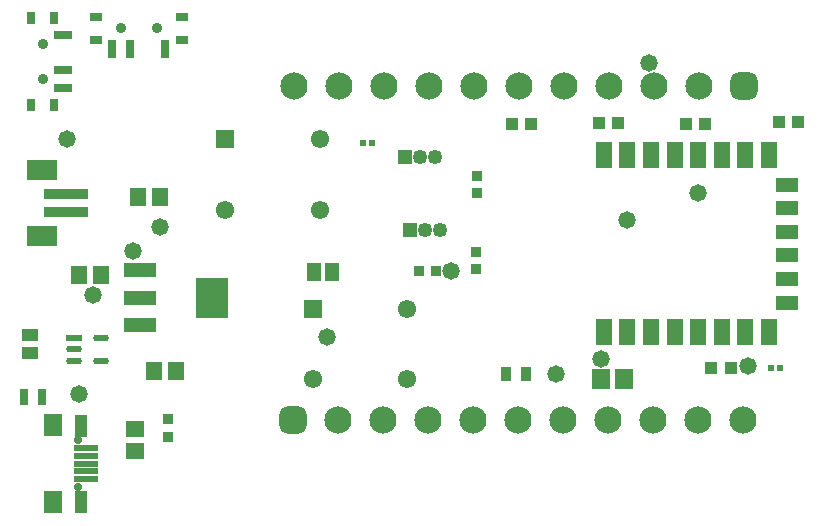
<source format=gbr>
G04*
G04 #@! TF.GenerationSoftware,Altium Limited,Altium Designer,24.1.2 (44)*
G04*
G04 Layer_Color=8388736*
%FSLAX44Y44*%
%MOMM*%
G71*
G04*
G04 #@! TF.SameCoordinates,5DE7BCAC-930E-4ACC-850D-064FDCF0EFED*
G04*
G04*
G04 #@! TF.FilePolarity,Negative*
G04*
G01*
G75*
%ADD14R,0.7000X1.5000*%
%ADD15R,1.0000X0.8000*%
%ADD16R,1.5000X0.7000*%
%ADD17R,0.8000X1.0000*%
%ADD20R,1.4546X1.5562*%
G04:AMPARAMS|DCode=24|XSize=1.3383mm|YSize=0.578mm|CornerRadius=0.289mm|HoleSize=0mm|Usage=FLASHONLY|Rotation=0.000|XOffset=0mm|YOffset=0mm|HoleType=Round|Shape=RoundedRectangle|*
%AMROUNDEDRECTD24*
21,1,1.3383,0.0000,0,0,0.0*
21,1,0.7603,0.5780,0,0,0.0*
1,1,0.5780,0.3802,0.0000*
1,1,0.5780,-0.3802,0.0000*
1,1,0.5780,-0.3802,0.0000*
1,1,0.5780,0.3802,0.0000*
%
%ADD24ROUNDEDRECTD24*%
%ADD25R,1.3383X0.5780*%
%ADD27R,1.5562X1.4546*%
%ADD28R,0.9121X0.8587*%
%ADD33R,0.8065X1.3082*%
%ADD35R,0.5200X0.5200*%
%ADD36R,1.1350X1.0621*%
%ADD37R,0.9621X0.9350*%
%ADD38R,0.9350X0.9621*%
%ADD41R,0.4682X0.4725*%
%ADD42R,3.8032X0.9032*%
%ADD43R,2.5032X1.7032*%
%ADD44R,2.7032X3.5032*%
%ADD45R,2.7032X1.2032*%
%ADD46R,1.4532X1.0032*%
%ADD47R,0.7732X1.4032*%
%ADD48R,1.5032X1.8932*%
%ADD49R,1.1032X1.8282*%
%ADD50R,2.0532X0.6032*%
%ADD51R,1.5532X1.7532*%
%ADD52R,1.2532X1.5532*%
%ADD53R,1.4032X2.2032*%
%ADD54R,1.9032X1.3032*%
%ADD55C,0.9000*%
%ADD56C,0.7032*%
%ADD57C,2.3032*%
G04:AMPARAMS|DCode=58|XSize=2.3032mm|YSize=2.3032mm|CornerRadius=0.6266mm|HoleSize=0mm|Usage=FLASHONLY|Rotation=180.000|XOffset=0mm|YOffset=0mm|HoleType=Round|Shape=RoundedRectangle|*
%AMROUNDEDRECTD58*
21,1,2.3032,1.0500,0,0,180.0*
21,1,1.0500,2.3032,0,0,180.0*
1,1,1.2532,-0.5250,0.5250*
1,1,1.2532,0.5250,0.5250*
1,1,1.2532,0.5250,-0.5250*
1,1,1.2532,-0.5250,-0.5250*
%
%ADD58ROUNDEDRECTD58*%
%ADD59R,1.5500X1.5500*%
%ADD60C,1.5500*%
%ADD61R,1.2532X1.2532*%
%ADD62C,1.2532*%
%ADD63C,1.4732*%
D14*
X103485Y398465D02*
D03*
X88485D02*
D03*
X133485D02*
D03*
D15*
X147485Y406316D02*
D03*
X74485D02*
D03*
X147485Y425616D02*
D03*
X74485D02*
D03*
D16*
X47100Y380326D02*
D03*
Y365327D02*
D03*
Y410326D02*
D03*
D17*
X39250Y424326D02*
D03*
Y351327D02*
D03*
X19950Y424326D02*
D03*
Y351327D02*
D03*
D20*
X60592Y207010D02*
D03*
X79108D02*
D03*
X110434Y272989D02*
D03*
X128950D02*
D03*
X142608Y125730D02*
D03*
X124092D02*
D03*
D24*
X78740Y153620D02*
D03*
Y134620D02*
D03*
X56416D02*
D03*
Y144120D02*
D03*
D25*
Y153620D02*
D03*
D27*
X107950Y76568D02*
D03*
Y58052D02*
D03*
D28*
X135890Y69703D02*
D03*
Y85237D02*
D03*
D33*
X421640Y123190D02*
D03*
X438657D02*
D03*
D35*
X654240Y128270D02*
D03*
X646240D02*
D03*
D36*
X500552Y335890D02*
D03*
X516860D02*
D03*
X611938Y128270D02*
D03*
X595630D02*
D03*
X590764Y335191D02*
D03*
X574456D02*
D03*
X669448Y336588D02*
D03*
X653140D02*
D03*
X443419Y334493D02*
D03*
X427111D02*
D03*
D37*
X397329Y276191D02*
D03*
Y290499D02*
D03*
X396631Y212116D02*
D03*
Y226424D02*
D03*
D38*
X347980Y210820D02*
D03*
X362288D02*
D03*
D41*
X308610Y318770D02*
D03*
X300567D02*
D03*
D42*
X49530Y260590D02*
D03*
Y275590D02*
D03*
D43*
X29030Y240090D02*
D03*
Y296090D02*
D03*
D44*
X172740Y187960D02*
D03*
D45*
X111740Y164960D02*
D03*
Y187960D02*
D03*
Y210960D02*
D03*
D46*
X19050Y156590D02*
D03*
Y140590D02*
D03*
D47*
X29240Y104140D02*
D03*
X13940D02*
D03*
D48*
X38100Y14610D02*
D03*
Y80010D02*
D03*
D49*
X61700Y15185D02*
D03*
Y79435D02*
D03*
D50*
X66450Y34310D02*
D03*
Y40810D02*
D03*
Y47310D02*
D03*
Y53810D02*
D03*
Y60310D02*
D03*
D51*
X521560Y119380D02*
D03*
X502060D02*
D03*
D52*
X259200Y209550D02*
D03*
X274200D02*
D03*
D53*
X504520Y158610D02*
D03*
X524520D02*
D03*
X544520D02*
D03*
X564520D02*
D03*
X584520D02*
D03*
X604520D02*
D03*
X624520D02*
D03*
X644520D02*
D03*
Y308610D02*
D03*
X624520D02*
D03*
X604520D02*
D03*
X584520D02*
D03*
X564520D02*
D03*
X544520D02*
D03*
X524520D02*
D03*
X504520D02*
D03*
D54*
X659520Y183610D02*
D03*
Y203610D02*
D03*
Y223610D02*
D03*
Y243610D02*
D03*
Y263610D02*
D03*
Y283610D02*
D03*
D55*
X125985Y415966D02*
D03*
X95985D02*
D03*
X29600Y402827D02*
D03*
Y372826D02*
D03*
D56*
X59600Y27310D02*
D03*
Y67310D02*
D03*
D57*
X242006Y367168D02*
D03*
X280106D02*
D03*
X356306D02*
D03*
X432506D02*
D03*
X508706D02*
D03*
X546806D02*
D03*
X584906D02*
D03*
X470606D02*
D03*
X394406D02*
D03*
X318206D02*
D03*
X622337Y84648D02*
D03*
X584237D02*
D03*
X508037D02*
D03*
X431837D02*
D03*
X355637D02*
D03*
X317537D02*
D03*
X279437D02*
D03*
X393737D02*
D03*
X469937D02*
D03*
X546137D02*
D03*
D58*
X623006Y367168D02*
D03*
X241337Y84648D02*
D03*
D59*
X258450Y178590D02*
D03*
X184204Y322342D02*
D03*
D60*
X338450Y178590D02*
D03*
X258450Y118590D02*
D03*
X338450D02*
D03*
X264204Y262342D02*
D03*
X184204D02*
D03*
X264204Y322342D02*
D03*
D61*
X336550Y307340D02*
D03*
X340360Y245110D02*
D03*
D62*
X349250Y307340D02*
D03*
X361950D02*
D03*
X353060Y245110D02*
D03*
X365760D02*
D03*
D63*
X524520Y253814D02*
D03*
X542544Y386334D02*
D03*
X584708Y276098D02*
D03*
X128950Y247396D02*
D03*
X463804Y123190D02*
D03*
X502666Y136144D02*
D03*
X105918Y227330D02*
D03*
X50546Y322326D02*
D03*
X270510Y154178D02*
D03*
X59944Y105918D02*
D03*
X71882Y190500D02*
D03*
X626618Y129794D02*
D03*
X374904Y210820D02*
D03*
M02*

</source>
